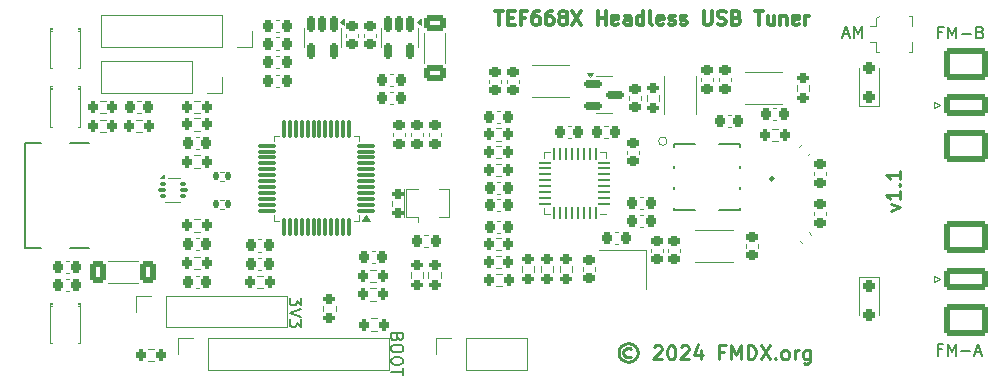
<source format=gto>
G04 #@! TF.GenerationSoftware,KiCad,Pcbnew,8.0.4*
G04 #@! TF.CreationDate,2024-11-17T23:13:56+01:00*
G04 #@! TF.ProjectId,TEF6687,54454636-3638-4372-9e6b-696361645f70,v1.1*
G04 #@! TF.SameCoordinates,Original*
G04 #@! TF.FileFunction,Legend,Top*
G04 #@! TF.FilePolarity,Positive*
%FSLAX46Y46*%
G04 Gerber Fmt 4.6, Leading zero omitted, Abs format (unit mm)*
G04 Created by KiCad (PCBNEW 8.0.4) date 2024-11-17 23:13:56*
%MOMM*%
%LPD*%
G01*
G04 APERTURE LIST*
G04 Aperture macros list*
%AMRoundRect*
0 Rectangle with rounded corners*
0 $1 Rounding radius*
0 $2 $3 $4 $5 $6 $7 $8 $9 X,Y pos of 4 corners*
0 Add a 4 corners polygon primitive as box body*
4,1,4,$2,$3,$4,$5,$6,$7,$8,$9,$2,$3,0*
0 Add four circle primitives for the rounded corners*
1,1,$1+$1,$2,$3*
1,1,$1+$1,$4,$5*
1,1,$1+$1,$6,$7*
1,1,$1+$1,$8,$9*
0 Add four rect primitives between the rounded corners*
20,1,$1+$1,$2,$3,$4,$5,0*
20,1,$1+$1,$4,$5,$6,$7,0*
20,1,$1+$1,$6,$7,$8,$9,0*
20,1,$1+$1,$8,$9,$2,$3,0*%
%AMFreePoly0*
4,1,6,0.397500,-0.010000,0.397500,-0.125000,-0.202500,-0.125000,-0.202500,0.125000,0.217500,0.125000,0.397500,-0.010000,0.397500,-0.010000,$1*%
%AMFreePoly1*
4,1,6,0.397500,0.010000,0.217500,-0.125000,-0.202500,-0.125000,-0.202500,0.125000,0.397500,0.125000,0.397500,0.010000,0.397500,0.010000,$1*%
%AMFreePoly2*
4,1,7,0.202500,-0.125000,-0.202500,-0.125000,-0.397500,-0.125000,-0.397500,-0.010000,-0.217500,0.125000,0.202500,0.125000,0.202500,-0.125000,0.202500,-0.125000,$1*%
G04 Aperture macros list end*
%ADD10C,0.100000*%
%ADD11C,0.300000*%
%ADD12C,0.150000*%
%ADD13C,0.250000*%
%ADD14C,0.120000*%
%ADD15C,0.127000*%
%ADD16C,0.200000*%
%ADD17C,1.500000*%
%ADD18RoundRect,0.249999X0.700001X-0.387501X0.700001X0.387501X-0.700001X0.387501X-0.700001X-0.387501X0*%
%ADD19RoundRect,0.225000X-0.225000X-0.250000X0.225000X-0.250000X0.225000X0.250000X-0.225000X0.250000X0*%
%ADD20RoundRect,0.250000X0.250000X-0.250000X0.250000X0.250000X-0.250000X0.250000X-0.250000X-0.250000X0*%
%ADD21R,1.800000X1.800000*%
%ADD22C,1.800000*%
%ADD23RoundRect,0.225000X0.225000X0.250000X-0.225000X0.250000X-0.225000X-0.250000X0.225000X-0.250000X0*%
%ADD24RoundRect,0.200000X0.200000X0.275000X-0.200000X0.275000X-0.200000X-0.275000X0.200000X-0.275000X0*%
%ADD25RoundRect,0.150000X-0.150000X0.512500X-0.150000X-0.512500X0.150000X-0.512500X0.150000X0.512500X0*%
%ADD26RoundRect,0.150000X-0.587500X-0.150000X0.587500X-0.150000X0.587500X0.150000X-0.587500X0.150000X0*%
%ADD27R,0.400000X1.900000*%
%ADD28R,1.200000X2.000000*%
%ADD29RoundRect,0.250000X-0.250000X0.250000X-0.250000X-0.250000X0.250000X-0.250000X0.250000X0.250000X0*%
%ADD30RoundRect,0.225000X0.250000X-0.225000X0.250000X0.225000X-0.250000X0.225000X-0.250000X-0.225000X0*%
%ADD31RoundRect,0.250000X-1.595000X-0.640000X1.595000X-0.640000X1.595000X0.640000X-1.595000X0.640000X0*%
%ADD32RoundRect,0.250000X-1.595000X-1.082500X1.595000X-1.082500X1.595000X1.082500X-1.595000X1.082500X0*%
%ADD33RoundRect,0.200000X-0.275000X0.200000X-0.275000X-0.200000X0.275000X-0.200000X0.275000X0.200000X0*%
%ADD34R,1.100000X0.400000*%
%ADD35RoundRect,0.200000X0.275000X-0.200000X0.275000X0.200000X-0.275000X0.200000X-0.275000X-0.200000X0*%
%ADD36RoundRect,0.075000X0.662500X0.075000X-0.662500X0.075000X-0.662500X-0.075000X0.662500X-0.075000X0*%
%ADD37RoundRect,0.075000X0.075000X0.662500X-0.075000X0.662500X-0.075000X-0.662500X0.075000X-0.662500X0*%
%ADD38RoundRect,0.249999X-0.387501X-0.700001X0.387501X-0.700001X0.387501X0.700001X-0.387501X0.700001X0*%
%ADD39R,1.000000X1.000000*%
%ADD40R,2.200000X1.050000*%
%ADD41FreePoly0,0.000000*%
%ADD42R,0.600000X0.250000*%
%ADD43FreePoly1,0.000000*%
%ADD44FreePoly0,90.000000*%
%ADD45R,0.250000X0.600000*%
%ADD46FreePoly2,270.000000*%
%ADD47FreePoly0,180.000000*%
%ADD48FreePoly1,180.000000*%
%ADD49FreePoly0,270.000000*%
%ADD50FreePoly2,90.000000*%
%ADD51R,1.100000X1.100000*%
%ADD52RoundRect,0.200000X-0.200000X-0.275000X0.200000X-0.275000X0.200000X0.275000X-0.200000X0.275000X0*%
%ADD53R,1.700000X1.700000*%
%ADD54O,1.700000X1.700000*%
%ADD55RoundRect,0.135000X0.135000X0.185000X-0.135000X0.185000X-0.135000X-0.185000X0.135000X-0.185000X0*%
%ADD56RoundRect,0.225000X0.017678X-0.335876X0.335876X-0.017678X-0.017678X0.335876X-0.335876X0.017678X0*%
%ADD57C,0.650000*%
%ADD58R,1.275000X0.600000*%
%ADD59R,1.300000X0.600000*%
%ADD60R,1.370000X0.300000*%
%ADD61O,2.100000X1.050000*%
%ADD62O,1.800000X0.900000*%
%ADD63R,2.286000X1.500000*%
%ADD64RoundRect,0.135000X-0.135000X-0.185000X0.135000X-0.185000X0.135000X0.185000X-0.135000X0.185000X0*%
%ADD65RoundRect,0.062500X0.437500X0.062500X-0.437500X0.062500X-0.437500X-0.062500X0.437500X-0.062500X0*%
%ADD66RoundRect,0.062500X0.062500X0.437500X-0.062500X0.437500X-0.062500X-0.437500X0.062500X-0.437500X0*%
%ADD67R,3.100000X3.100000*%
%ADD68RoundRect,0.225000X-0.250000X0.225000X-0.250000X-0.225000X0.250000X-0.225000X0.250000X0.225000X0*%
%ADD69R,2.000000X1.200000*%
%ADD70RoundRect,0.218750X0.218750X0.256250X-0.218750X0.256250X-0.218750X-0.256250X0.218750X-0.256250X0*%
%ADD71R,1.400000X1.200000*%
%ADD72RoundRect,0.218750X-0.218750X-0.256250X0.218750X-0.256250X0.218750X0.256250X-0.218750X0.256250X0*%
%ADD73RoundRect,0.225000X0.335876X0.017678X0.017678X0.335876X-0.335876X-0.017678X-0.017678X-0.335876X0*%
%ADD74R,1.300000X1.000000*%
%ADD75R,1.400000X1.900000*%
%ADD76RoundRect,0.218750X-0.256250X0.218750X-0.256250X-0.218750X0.256250X-0.218750X0.256250X0.218750X0*%
%ADD77RoundRect,0.093750X-0.156250X-0.093750X0.156250X-0.093750X0.156250X0.093750X-0.156250X0.093750X0*%
%ADD78RoundRect,0.075000X-0.250000X-0.075000X0.250000X-0.075000X0.250000X0.075000X-0.250000X0.075000X0*%
G04 APERTURE END LIST*
D10*
X166983210Y-58674000D02*
G75*
G02*
X166264790Y-58674000I-359210J0D01*
G01*
X166264790Y-58674000D02*
G75*
G02*
X166983210Y-58674000I359210J0D01*
G01*
D11*
X152411653Y-47637542D02*
X153097368Y-47637542D01*
X152754510Y-48837542D02*
X152754510Y-47637542D01*
X153497368Y-48208971D02*
X153897368Y-48208971D01*
X154068796Y-48837542D02*
X153497368Y-48837542D01*
X153497368Y-48837542D02*
X153497368Y-47637542D01*
X153497368Y-47637542D02*
X154068796Y-47637542D01*
X154983082Y-48208971D02*
X154583082Y-48208971D01*
X154583082Y-48837542D02*
X154583082Y-47637542D01*
X154583082Y-47637542D02*
X155154510Y-47637542D01*
X156125939Y-47637542D02*
X155897367Y-47637542D01*
X155897367Y-47637542D02*
X155783081Y-47694685D01*
X155783081Y-47694685D02*
X155725939Y-47751828D01*
X155725939Y-47751828D02*
X155611653Y-47923257D01*
X155611653Y-47923257D02*
X155554510Y-48151828D01*
X155554510Y-48151828D02*
X155554510Y-48608971D01*
X155554510Y-48608971D02*
X155611653Y-48723257D01*
X155611653Y-48723257D02*
X155668796Y-48780400D01*
X155668796Y-48780400D02*
X155783081Y-48837542D01*
X155783081Y-48837542D02*
X156011653Y-48837542D01*
X156011653Y-48837542D02*
X156125939Y-48780400D01*
X156125939Y-48780400D02*
X156183081Y-48723257D01*
X156183081Y-48723257D02*
X156240224Y-48608971D01*
X156240224Y-48608971D02*
X156240224Y-48323257D01*
X156240224Y-48323257D02*
X156183081Y-48208971D01*
X156183081Y-48208971D02*
X156125939Y-48151828D01*
X156125939Y-48151828D02*
X156011653Y-48094685D01*
X156011653Y-48094685D02*
X155783081Y-48094685D01*
X155783081Y-48094685D02*
X155668796Y-48151828D01*
X155668796Y-48151828D02*
X155611653Y-48208971D01*
X155611653Y-48208971D02*
X155554510Y-48323257D01*
X157268796Y-47637542D02*
X157040224Y-47637542D01*
X157040224Y-47637542D02*
X156925938Y-47694685D01*
X156925938Y-47694685D02*
X156868796Y-47751828D01*
X156868796Y-47751828D02*
X156754510Y-47923257D01*
X156754510Y-47923257D02*
X156697367Y-48151828D01*
X156697367Y-48151828D02*
X156697367Y-48608971D01*
X156697367Y-48608971D02*
X156754510Y-48723257D01*
X156754510Y-48723257D02*
X156811653Y-48780400D01*
X156811653Y-48780400D02*
X156925938Y-48837542D01*
X156925938Y-48837542D02*
X157154510Y-48837542D01*
X157154510Y-48837542D02*
X157268796Y-48780400D01*
X157268796Y-48780400D02*
X157325938Y-48723257D01*
X157325938Y-48723257D02*
X157383081Y-48608971D01*
X157383081Y-48608971D02*
X157383081Y-48323257D01*
X157383081Y-48323257D02*
X157325938Y-48208971D01*
X157325938Y-48208971D02*
X157268796Y-48151828D01*
X157268796Y-48151828D02*
X157154510Y-48094685D01*
X157154510Y-48094685D02*
X156925938Y-48094685D01*
X156925938Y-48094685D02*
X156811653Y-48151828D01*
X156811653Y-48151828D02*
X156754510Y-48208971D01*
X156754510Y-48208971D02*
X156697367Y-48323257D01*
X158068795Y-48151828D02*
X157954510Y-48094685D01*
X157954510Y-48094685D02*
X157897367Y-48037542D01*
X157897367Y-48037542D02*
X157840224Y-47923257D01*
X157840224Y-47923257D02*
X157840224Y-47866114D01*
X157840224Y-47866114D02*
X157897367Y-47751828D01*
X157897367Y-47751828D02*
X157954510Y-47694685D01*
X157954510Y-47694685D02*
X158068795Y-47637542D01*
X158068795Y-47637542D02*
X158297367Y-47637542D01*
X158297367Y-47637542D02*
X158411653Y-47694685D01*
X158411653Y-47694685D02*
X158468795Y-47751828D01*
X158468795Y-47751828D02*
X158525938Y-47866114D01*
X158525938Y-47866114D02*
X158525938Y-47923257D01*
X158525938Y-47923257D02*
X158468795Y-48037542D01*
X158468795Y-48037542D02*
X158411653Y-48094685D01*
X158411653Y-48094685D02*
X158297367Y-48151828D01*
X158297367Y-48151828D02*
X158068795Y-48151828D01*
X158068795Y-48151828D02*
X157954510Y-48208971D01*
X157954510Y-48208971D02*
X157897367Y-48266114D01*
X157897367Y-48266114D02*
X157840224Y-48380400D01*
X157840224Y-48380400D02*
X157840224Y-48608971D01*
X157840224Y-48608971D02*
X157897367Y-48723257D01*
X157897367Y-48723257D02*
X157954510Y-48780400D01*
X157954510Y-48780400D02*
X158068795Y-48837542D01*
X158068795Y-48837542D02*
X158297367Y-48837542D01*
X158297367Y-48837542D02*
X158411653Y-48780400D01*
X158411653Y-48780400D02*
X158468795Y-48723257D01*
X158468795Y-48723257D02*
X158525938Y-48608971D01*
X158525938Y-48608971D02*
X158525938Y-48380400D01*
X158525938Y-48380400D02*
X158468795Y-48266114D01*
X158468795Y-48266114D02*
X158411653Y-48208971D01*
X158411653Y-48208971D02*
X158297367Y-48151828D01*
X158925938Y-47637542D02*
X159725938Y-48837542D01*
X159725938Y-47637542D02*
X158925938Y-48837542D01*
X161097367Y-48837542D02*
X161097367Y-47637542D01*
X161097367Y-48208971D02*
X161783081Y-48208971D01*
X161783081Y-48837542D02*
X161783081Y-47637542D01*
X162811653Y-48780400D02*
X162697367Y-48837542D01*
X162697367Y-48837542D02*
X162468796Y-48837542D01*
X162468796Y-48837542D02*
X162354510Y-48780400D01*
X162354510Y-48780400D02*
X162297367Y-48666114D01*
X162297367Y-48666114D02*
X162297367Y-48208971D01*
X162297367Y-48208971D02*
X162354510Y-48094685D01*
X162354510Y-48094685D02*
X162468796Y-48037542D01*
X162468796Y-48037542D02*
X162697367Y-48037542D01*
X162697367Y-48037542D02*
X162811653Y-48094685D01*
X162811653Y-48094685D02*
X162868796Y-48208971D01*
X162868796Y-48208971D02*
X162868796Y-48323257D01*
X162868796Y-48323257D02*
X162297367Y-48437542D01*
X163897367Y-48837542D02*
X163897367Y-48208971D01*
X163897367Y-48208971D02*
X163840224Y-48094685D01*
X163840224Y-48094685D02*
X163725938Y-48037542D01*
X163725938Y-48037542D02*
X163497367Y-48037542D01*
X163497367Y-48037542D02*
X163383081Y-48094685D01*
X163897367Y-48780400D02*
X163783081Y-48837542D01*
X163783081Y-48837542D02*
X163497367Y-48837542D01*
X163497367Y-48837542D02*
X163383081Y-48780400D01*
X163383081Y-48780400D02*
X163325938Y-48666114D01*
X163325938Y-48666114D02*
X163325938Y-48551828D01*
X163325938Y-48551828D02*
X163383081Y-48437542D01*
X163383081Y-48437542D02*
X163497367Y-48380400D01*
X163497367Y-48380400D02*
X163783081Y-48380400D01*
X163783081Y-48380400D02*
X163897367Y-48323257D01*
X164983081Y-48837542D02*
X164983081Y-47637542D01*
X164983081Y-48780400D02*
X164868795Y-48837542D01*
X164868795Y-48837542D02*
X164640223Y-48837542D01*
X164640223Y-48837542D02*
X164525938Y-48780400D01*
X164525938Y-48780400D02*
X164468795Y-48723257D01*
X164468795Y-48723257D02*
X164411652Y-48608971D01*
X164411652Y-48608971D02*
X164411652Y-48266114D01*
X164411652Y-48266114D02*
X164468795Y-48151828D01*
X164468795Y-48151828D02*
X164525938Y-48094685D01*
X164525938Y-48094685D02*
X164640223Y-48037542D01*
X164640223Y-48037542D02*
X164868795Y-48037542D01*
X164868795Y-48037542D02*
X164983081Y-48094685D01*
X165725937Y-48837542D02*
X165611652Y-48780400D01*
X165611652Y-48780400D02*
X165554509Y-48666114D01*
X165554509Y-48666114D02*
X165554509Y-47637542D01*
X166640223Y-48780400D02*
X166525937Y-48837542D01*
X166525937Y-48837542D02*
X166297366Y-48837542D01*
X166297366Y-48837542D02*
X166183080Y-48780400D01*
X166183080Y-48780400D02*
X166125937Y-48666114D01*
X166125937Y-48666114D02*
X166125937Y-48208971D01*
X166125937Y-48208971D02*
X166183080Y-48094685D01*
X166183080Y-48094685D02*
X166297366Y-48037542D01*
X166297366Y-48037542D02*
X166525937Y-48037542D01*
X166525937Y-48037542D02*
X166640223Y-48094685D01*
X166640223Y-48094685D02*
X166697366Y-48208971D01*
X166697366Y-48208971D02*
X166697366Y-48323257D01*
X166697366Y-48323257D02*
X166125937Y-48437542D01*
X167154508Y-48780400D02*
X167268794Y-48837542D01*
X167268794Y-48837542D02*
X167497365Y-48837542D01*
X167497365Y-48837542D02*
X167611651Y-48780400D01*
X167611651Y-48780400D02*
X167668794Y-48666114D01*
X167668794Y-48666114D02*
X167668794Y-48608971D01*
X167668794Y-48608971D02*
X167611651Y-48494685D01*
X167611651Y-48494685D02*
X167497365Y-48437542D01*
X167497365Y-48437542D02*
X167325937Y-48437542D01*
X167325937Y-48437542D02*
X167211651Y-48380400D01*
X167211651Y-48380400D02*
X167154508Y-48266114D01*
X167154508Y-48266114D02*
X167154508Y-48208971D01*
X167154508Y-48208971D02*
X167211651Y-48094685D01*
X167211651Y-48094685D02*
X167325937Y-48037542D01*
X167325937Y-48037542D02*
X167497365Y-48037542D01*
X167497365Y-48037542D02*
X167611651Y-48094685D01*
X168125937Y-48780400D02*
X168240223Y-48837542D01*
X168240223Y-48837542D02*
X168468794Y-48837542D01*
X168468794Y-48837542D02*
X168583080Y-48780400D01*
X168583080Y-48780400D02*
X168640223Y-48666114D01*
X168640223Y-48666114D02*
X168640223Y-48608971D01*
X168640223Y-48608971D02*
X168583080Y-48494685D01*
X168583080Y-48494685D02*
X168468794Y-48437542D01*
X168468794Y-48437542D02*
X168297366Y-48437542D01*
X168297366Y-48437542D02*
X168183080Y-48380400D01*
X168183080Y-48380400D02*
X168125937Y-48266114D01*
X168125937Y-48266114D02*
X168125937Y-48208971D01*
X168125937Y-48208971D02*
X168183080Y-48094685D01*
X168183080Y-48094685D02*
X168297366Y-48037542D01*
X168297366Y-48037542D02*
X168468794Y-48037542D01*
X168468794Y-48037542D02*
X168583080Y-48094685D01*
X170068795Y-47637542D02*
X170068795Y-48608971D01*
X170068795Y-48608971D02*
X170125938Y-48723257D01*
X170125938Y-48723257D02*
X170183081Y-48780400D01*
X170183081Y-48780400D02*
X170297366Y-48837542D01*
X170297366Y-48837542D02*
X170525938Y-48837542D01*
X170525938Y-48837542D02*
X170640223Y-48780400D01*
X170640223Y-48780400D02*
X170697366Y-48723257D01*
X170697366Y-48723257D02*
X170754509Y-48608971D01*
X170754509Y-48608971D02*
X170754509Y-47637542D01*
X171268795Y-48780400D02*
X171440224Y-48837542D01*
X171440224Y-48837542D02*
X171725938Y-48837542D01*
X171725938Y-48837542D02*
X171840224Y-48780400D01*
X171840224Y-48780400D02*
X171897366Y-48723257D01*
X171897366Y-48723257D02*
X171954509Y-48608971D01*
X171954509Y-48608971D02*
X171954509Y-48494685D01*
X171954509Y-48494685D02*
X171897366Y-48380400D01*
X171897366Y-48380400D02*
X171840224Y-48323257D01*
X171840224Y-48323257D02*
X171725938Y-48266114D01*
X171725938Y-48266114D02*
X171497366Y-48208971D01*
X171497366Y-48208971D02*
X171383081Y-48151828D01*
X171383081Y-48151828D02*
X171325938Y-48094685D01*
X171325938Y-48094685D02*
X171268795Y-47980400D01*
X171268795Y-47980400D02*
X171268795Y-47866114D01*
X171268795Y-47866114D02*
X171325938Y-47751828D01*
X171325938Y-47751828D02*
X171383081Y-47694685D01*
X171383081Y-47694685D02*
X171497366Y-47637542D01*
X171497366Y-47637542D02*
X171783081Y-47637542D01*
X171783081Y-47637542D02*
X171954509Y-47694685D01*
X172868795Y-48208971D02*
X173040223Y-48266114D01*
X173040223Y-48266114D02*
X173097366Y-48323257D01*
X173097366Y-48323257D02*
X173154509Y-48437542D01*
X173154509Y-48437542D02*
X173154509Y-48608971D01*
X173154509Y-48608971D02*
X173097366Y-48723257D01*
X173097366Y-48723257D02*
X173040223Y-48780400D01*
X173040223Y-48780400D02*
X172925938Y-48837542D01*
X172925938Y-48837542D02*
X172468795Y-48837542D01*
X172468795Y-48837542D02*
X172468795Y-47637542D01*
X172468795Y-47637542D02*
X172868795Y-47637542D01*
X172868795Y-47637542D02*
X172983081Y-47694685D01*
X172983081Y-47694685D02*
X173040223Y-47751828D01*
X173040223Y-47751828D02*
X173097366Y-47866114D01*
X173097366Y-47866114D02*
X173097366Y-47980400D01*
X173097366Y-47980400D02*
X173040223Y-48094685D01*
X173040223Y-48094685D02*
X172983081Y-48151828D01*
X172983081Y-48151828D02*
X172868795Y-48208971D01*
X172868795Y-48208971D02*
X172468795Y-48208971D01*
X174411652Y-47637542D02*
X175097367Y-47637542D01*
X174754509Y-48837542D02*
X174754509Y-47637542D01*
X176011653Y-48037542D02*
X176011653Y-48837542D01*
X175497367Y-48037542D02*
X175497367Y-48666114D01*
X175497367Y-48666114D02*
X175554510Y-48780400D01*
X175554510Y-48780400D02*
X175668795Y-48837542D01*
X175668795Y-48837542D02*
X175840224Y-48837542D01*
X175840224Y-48837542D02*
X175954510Y-48780400D01*
X175954510Y-48780400D02*
X176011653Y-48723257D01*
X176583081Y-48037542D02*
X176583081Y-48837542D01*
X176583081Y-48151828D02*
X176640224Y-48094685D01*
X176640224Y-48094685D02*
X176754509Y-48037542D01*
X176754509Y-48037542D02*
X176925938Y-48037542D01*
X176925938Y-48037542D02*
X177040224Y-48094685D01*
X177040224Y-48094685D02*
X177097367Y-48208971D01*
X177097367Y-48208971D02*
X177097367Y-48837542D01*
X178125938Y-48780400D02*
X178011652Y-48837542D01*
X178011652Y-48837542D02*
X177783081Y-48837542D01*
X177783081Y-48837542D02*
X177668795Y-48780400D01*
X177668795Y-48780400D02*
X177611652Y-48666114D01*
X177611652Y-48666114D02*
X177611652Y-48208971D01*
X177611652Y-48208971D02*
X177668795Y-48094685D01*
X177668795Y-48094685D02*
X177783081Y-48037542D01*
X177783081Y-48037542D02*
X178011652Y-48037542D01*
X178011652Y-48037542D02*
X178125938Y-48094685D01*
X178125938Y-48094685D02*
X178183081Y-48208971D01*
X178183081Y-48208971D02*
X178183081Y-48323257D01*
X178183081Y-48323257D02*
X177611652Y-48437542D01*
X178697366Y-48837542D02*
X178697366Y-48037542D01*
X178697366Y-48266114D02*
X178754509Y-48151828D01*
X178754509Y-48151828D02*
X178811652Y-48094685D01*
X178811652Y-48094685D02*
X178925937Y-48037542D01*
X178925937Y-48037542D02*
X179040223Y-48037542D01*
D12*
X181899160Y-49622104D02*
X182375350Y-49622104D01*
X181803922Y-49907819D02*
X182137255Y-48907819D01*
X182137255Y-48907819D02*
X182470588Y-49907819D01*
X182803922Y-49907819D02*
X182803922Y-48907819D01*
X182803922Y-48907819D02*
X183137255Y-49622104D01*
X183137255Y-49622104D02*
X183470588Y-48907819D01*
X183470588Y-48907819D02*
X183470588Y-49907819D01*
D13*
X163921615Y-76225857D02*
X163807330Y-76168714D01*
X163807330Y-76168714D02*
X163578758Y-76168714D01*
X163578758Y-76168714D02*
X163464473Y-76225857D01*
X163464473Y-76225857D02*
X163350187Y-76340142D01*
X163350187Y-76340142D02*
X163293044Y-76454428D01*
X163293044Y-76454428D02*
X163293044Y-76683000D01*
X163293044Y-76683000D02*
X163350187Y-76797285D01*
X163350187Y-76797285D02*
X163464473Y-76911571D01*
X163464473Y-76911571D02*
X163578758Y-76968714D01*
X163578758Y-76968714D02*
X163807330Y-76968714D01*
X163807330Y-76968714D02*
X163921615Y-76911571D01*
X163693044Y-75768714D02*
X163407330Y-75825857D01*
X163407330Y-75825857D02*
X163121615Y-75997285D01*
X163121615Y-75997285D02*
X162950187Y-76283000D01*
X162950187Y-76283000D02*
X162893044Y-76568714D01*
X162893044Y-76568714D02*
X162950187Y-76854428D01*
X162950187Y-76854428D02*
X163121615Y-77140142D01*
X163121615Y-77140142D02*
X163407330Y-77311571D01*
X163407330Y-77311571D02*
X163693044Y-77368714D01*
X163693044Y-77368714D02*
X163978758Y-77311571D01*
X163978758Y-77311571D02*
X164264473Y-77140142D01*
X164264473Y-77140142D02*
X164435901Y-76854428D01*
X164435901Y-76854428D02*
X164493044Y-76568714D01*
X164493044Y-76568714D02*
X164435901Y-76283000D01*
X164435901Y-76283000D02*
X164264473Y-75997285D01*
X164264473Y-75997285D02*
X163978758Y-75825857D01*
X163978758Y-75825857D02*
X163693044Y-75768714D01*
X165864473Y-76054428D02*
X165921616Y-75997285D01*
X165921616Y-75997285D02*
X166035902Y-75940142D01*
X166035902Y-75940142D02*
X166321616Y-75940142D01*
X166321616Y-75940142D02*
X166435902Y-75997285D01*
X166435902Y-75997285D02*
X166493044Y-76054428D01*
X166493044Y-76054428D02*
X166550187Y-76168714D01*
X166550187Y-76168714D02*
X166550187Y-76283000D01*
X166550187Y-76283000D02*
X166493044Y-76454428D01*
X166493044Y-76454428D02*
X165807330Y-77140142D01*
X165807330Y-77140142D02*
X166550187Y-77140142D01*
X167293044Y-75940142D02*
X167407330Y-75940142D01*
X167407330Y-75940142D02*
X167521616Y-75997285D01*
X167521616Y-75997285D02*
X167578759Y-76054428D01*
X167578759Y-76054428D02*
X167635901Y-76168714D01*
X167635901Y-76168714D02*
X167693044Y-76397285D01*
X167693044Y-76397285D02*
X167693044Y-76683000D01*
X167693044Y-76683000D02*
X167635901Y-76911571D01*
X167635901Y-76911571D02*
X167578759Y-77025857D01*
X167578759Y-77025857D02*
X167521616Y-77083000D01*
X167521616Y-77083000D02*
X167407330Y-77140142D01*
X167407330Y-77140142D02*
X167293044Y-77140142D01*
X167293044Y-77140142D02*
X167178759Y-77083000D01*
X167178759Y-77083000D02*
X167121616Y-77025857D01*
X167121616Y-77025857D02*
X167064473Y-76911571D01*
X167064473Y-76911571D02*
X167007330Y-76683000D01*
X167007330Y-76683000D02*
X167007330Y-76397285D01*
X167007330Y-76397285D02*
X167064473Y-76168714D01*
X167064473Y-76168714D02*
X167121616Y-76054428D01*
X167121616Y-76054428D02*
X167178759Y-75997285D01*
X167178759Y-75997285D02*
X167293044Y-75940142D01*
X168150187Y-76054428D02*
X168207330Y-75997285D01*
X168207330Y-75997285D02*
X168321616Y-75940142D01*
X168321616Y-75940142D02*
X168607330Y-75940142D01*
X168607330Y-75940142D02*
X168721616Y-75997285D01*
X168721616Y-75997285D02*
X168778758Y-76054428D01*
X168778758Y-76054428D02*
X168835901Y-76168714D01*
X168835901Y-76168714D02*
X168835901Y-76283000D01*
X168835901Y-76283000D02*
X168778758Y-76454428D01*
X168778758Y-76454428D02*
X168093044Y-77140142D01*
X168093044Y-77140142D02*
X168835901Y-77140142D01*
X169864473Y-76340142D02*
X169864473Y-77140142D01*
X169578758Y-75883000D02*
X169293044Y-76740142D01*
X169293044Y-76740142D02*
X170035901Y-76740142D01*
X171807330Y-76511571D02*
X171407330Y-76511571D01*
X171407330Y-77140142D02*
X171407330Y-75940142D01*
X171407330Y-75940142D02*
X171978758Y-75940142D01*
X172435901Y-77140142D02*
X172435901Y-75940142D01*
X172435901Y-75940142D02*
X172835901Y-76797285D01*
X172835901Y-76797285D02*
X173235901Y-75940142D01*
X173235901Y-75940142D02*
X173235901Y-77140142D01*
X173807330Y-77140142D02*
X173807330Y-75940142D01*
X173807330Y-75940142D02*
X174093044Y-75940142D01*
X174093044Y-75940142D02*
X174264473Y-75997285D01*
X174264473Y-75997285D02*
X174378758Y-76111571D01*
X174378758Y-76111571D02*
X174435901Y-76225857D01*
X174435901Y-76225857D02*
X174493044Y-76454428D01*
X174493044Y-76454428D02*
X174493044Y-76625857D01*
X174493044Y-76625857D02*
X174435901Y-76854428D01*
X174435901Y-76854428D02*
X174378758Y-76968714D01*
X174378758Y-76968714D02*
X174264473Y-77083000D01*
X174264473Y-77083000D02*
X174093044Y-77140142D01*
X174093044Y-77140142D02*
X173807330Y-77140142D01*
X174893044Y-75940142D02*
X175693044Y-77140142D01*
X175693044Y-75940142D02*
X174893044Y-77140142D01*
X176150187Y-77025857D02*
X176207330Y-77083000D01*
X176207330Y-77083000D02*
X176150187Y-77140142D01*
X176150187Y-77140142D02*
X176093044Y-77083000D01*
X176093044Y-77083000D02*
X176150187Y-77025857D01*
X176150187Y-77025857D02*
X176150187Y-77140142D01*
X176893044Y-77140142D02*
X176778759Y-77083000D01*
X176778759Y-77083000D02*
X176721616Y-77025857D01*
X176721616Y-77025857D02*
X176664473Y-76911571D01*
X176664473Y-76911571D02*
X176664473Y-76568714D01*
X176664473Y-76568714D02*
X176721616Y-76454428D01*
X176721616Y-76454428D02*
X176778759Y-76397285D01*
X176778759Y-76397285D02*
X176893044Y-76340142D01*
X176893044Y-76340142D02*
X177064473Y-76340142D01*
X177064473Y-76340142D02*
X177178759Y-76397285D01*
X177178759Y-76397285D02*
X177235902Y-76454428D01*
X177235902Y-76454428D02*
X177293044Y-76568714D01*
X177293044Y-76568714D02*
X177293044Y-76911571D01*
X177293044Y-76911571D02*
X177235902Y-77025857D01*
X177235902Y-77025857D02*
X177178759Y-77083000D01*
X177178759Y-77083000D02*
X177064473Y-77140142D01*
X177064473Y-77140142D02*
X176893044Y-77140142D01*
X177807330Y-77140142D02*
X177807330Y-76340142D01*
X177807330Y-76568714D02*
X177864473Y-76454428D01*
X177864473Y-76454428D02*
X177921616Y-76397285D01*
X177921616Y-76397285D02*
X178035901Y-76340142D01*
X178035901Y-76340142D02*
X178150187Y-76340142D01*
X179064473Y-76340142D02*
X179064473Y-77311571D01*
X179064473Y-77311571D02*
X179007330Y-77425857D01*
X179007330Y-77425857D02*
X178950187Y-77483000D01*
X178950187Y-77483000D02*
X178835901Y-77540142D01*
X178835901Y-77540142D02*
X178664473Y-77540142D01*
X178664473Y-77540142D02*
X178550187Y-77483000D01*
X179064473Y-77083000D02*
X178950187Y-77140142D01*
X178950187Y-77140142D02*
X178721615Y-77140142D01*
X178721615Y-77140142D02*
X178607330Y-77083000D01*
X178607330Y-77083000D02*
X178550187Y-77025857D01*
X178550187Y-77025857D02*
X178493044Y-76911571D01*
X178493044Y-76911571D02*
X178493044Y-76568714D01*
X178493044Y-76568714D02*
X178550187Y-76454428D01*
X178550187Y-76454428D02*
X178607330Y-76397285D01*
X178607330Y-76397285D02*
X178721615Y-76340142D01*
X178721615Y-76340142D02*
X178950187Y-76340142D01*
X178950187Y-76340142D02*
X179064473Y-76397285D01*
D12*
X144153990Y-75270112D02*
X144106371Y-75412969D01*
X144106371Y-75412969D02*
X144058752Y-75460588D01*
X144058752Y-75460588D02*
X143963514Y-75508207D01*
X143963514Y-75508207D02*
X143820657Y-75508207D01*
X143820657Y-75508207D02*
X143725419Y-75460588D01*
X143725419Y-75460588D02*
X143677800Y-75412969D01*
X143677800Y-75412969D02*
X143630180Y-75317731D01*
X143630180Y-75317731D02*
X143630180Y-74936779D01*
X143630180Y-74936779D02*
X144630180Y-74936779D01*
X144630180Y-74936779D02*
X144630180Y-75270112D01*
X144630180Y-75270112D02*
X144582561Y-75365350D01*
X144582561Y-75365350D02*
X144534942Y-75412969D01*
X144534942Y-75412969D02*
X144439704Y-75460588D01*
X144439704Y-75460588D02*
X144344466Y-75460588D01*
X144344466Y-75460588D02*
X144249228Y-75412969D01*
X144249228Y-75412969D02*
X144201609Y-75365350D01*
X144201609Y-75365350D02*
X144153990Y-75270112D01*
X144153990Y-75270112D02*
X144153990Y-74936779D01*
X144630180Y-76127255D02*
X144630180Y-76317731D01*
X144630180Y-76317731D02*
X144582561Y-76412969D01*
X144582561Y-76412969D02*
X144487323Y-76508207D01*
X144487323Y-76508207D02*
X144296847Y-76555826D01*
X144296847Y-76555826D02*
X143963514Y-76555826D01*
X143963514Y-76555826D02*
X143773038Y-76508207D01*
X143773038Y-76508207D02*
X143677800Y-76412969D01*
X143677800Y-76412969D02*
X143630180Y-76317731D01*
X143630180Y-76317731D02*
X143630180Y-76127255D01*
X143630180Y-76127255D02*
X143677800Y-76032017D01*
X143677800Y-76032017D02*
X143773038Y-75936779D01*
X143773038Y-75936779D02*
X143963514Y-75889160D01*
X143963514Y-75889160D02*
X144296847Y-75889160D01*
X144296847Y-75889160D02*
X144487323Y-75936779D01*
X144487323Y-75936779D02*
X144582561Y-76032017D01*
X144582561Y-76032017D02*
X144630180Y-76127255D01*
X144630180Y-77174874D02*
X144630180Y-77365350D01*
X144630180Y-77365350D02*
X144582561Y-77460588D01*
X144582561Y-77460588D02*
X144487323Y-77555826D01*
X144487323Y-77555826D02*
X144296847Y-77603445D01*
X144296847Y-77603445D02*
X143963514Y-77603445D01*
X143963514Y-77603445D02*
X143773038Y-77555826D01*
X143773038Y-77555826D02*
X143677800Y-77460588D01*
X143677800Y-77460588D02*
X143630180Y-77365350D01*
X143630180Y-77365350D02*
X143630180Y-77174874D01*
X143630180Y-77174874D02*
X143677800Y-77079636D01*
X143677800Y-77079636D02*
X143773038Y-76984398D01*
X143773038Y-76984398D02*
X143963514Y-76936779D01*
X143963514Y-76936779D02*
X144296847Y-76936779D01*
X144296847Y-76936779D02*
X144487323Y-76984398D01*
X144487323Y-76984398D02*
X144582561Y-77079636D01*
X144582561Y-77079636D02*
X144630180Y-77174874D01*
X144630180Y-77889160D02*
X144630180Y-78460588D01*
X143630180Y-78174874D02*
X144630180Y-78174874D01*
D13*
X185940142Y-64564098D02*
X186740142Y-64278384D01*
X186740142Y-64278384D02*
X185940142Y-63992669D01*
X186740142Y-62906955D02*
X186740142Y-63592669D01*
X186740142Y-63249812D02*
X185540142Y-63249812D01*
X185540142Y-63249812D02*
X185711571Y-63364098D01*
X185711571Y-63364098D02*
X185825857Y-63478383D01*
X185825857Y-63478383D02*
X185883000Y-63592669D01*
X186625857Y-62392669D02*
X186683000Y-62335526D01*
X186683000Y-62335526D02*
X186740142Y-62392669D01*
X186740142Y-62392669D02*
X186683000Y-62449812D01*
X186683000Y-62449812D02*
X186625857Y-62392669D01*
X186625857Y-62392669D02*
X186740142Y-62392669D01*
X186740142Y-61192669D02*
X186740142Y-61878383D01*
X186740142Y-61535526D02*
X185540142Y-61535526D01*
X185540142Y-61535526D02*
X185711571Y-61649812D01*
X185711571Y-61649812D02*
X185825857Y-61764097D01*
X185825857Y-61764097D02*
X185883000Y-61878383D01*
D12*
X190220112Y-76296009D02*
X189886779Y-76296009D01*
X189886779Y-76819819D02*
X189886779Y-75819819D01*
X189886779Y-75819819D02*
X190362969Y-75819819D01*
X190743922Y-76819819D02*
X190743922Y-75819819D01*
X190743922Y-75819819D02*
X191077255Y-76534104D01*
X191077255Y-76534104D02*
X191410588Y-75819819D01*
X191410588Y-75819819D02*
X191410588Y-76819819D01*
X191886779Y-76438866D02*
X192648684Y-76438866D01*
X193077255Y-76534104D02*
X193553445Y-76534104D01*
X192982017Y-76819819D02*
X193315350Y-75819819D01*
X193315350Y-75819819D02*
X193648683Y-76819819D01*
X190270112Y-49446009D02*
X189936779Y-49446009D01*
X189936779Y-49969819D02*
X189936779Y-48969819D01*
X189936779Y-48969819D02*
X190412969Y-48969819D01*
X190793922Y-49969819D02*
X190793922Y-48969819D01*
X190793922Y-48969819D02*
X191127255Y-49684104D01*
X191127255Y-49684104D02*
X191460588Y-48969819D01*
X191460588Y-48969819D02*
X191460588Y-49969819D01*
X191936779Y-49588866D02*
X192698684Y-49588866D01*
X193508207Y-49446009D02*
X193651064Y-49493628D01*
X193651064Y-49493628D02*
X193698683Y-49541247D01*
X193698683Y-49541247D02*
X193746302Y-49636485D01*
X193746302Y-49636485D02*
X193746302Y-49779342D01*
X193746302Y-49779342D02*
X193698683Y-49874580D01*
X193698683Y-49874580D02*
X193651064Y-49922200D01*
X193651064Y-49922200D02*
X193555826Y-49969819D01*
X193555826Y-49969819D02*
X193174874Y-49969819D01*
X193174874Y-49969819D02*
X193174874Y-48969819D01*
X193174874Y-48969819D02*
X193508207Y-48969819D01*
X193508207Y-48969819D02*
X193603445Y-49017438D01*
X193603445Y-49017438D02*
X193651064Y-49065057D01*
X193651064Y-49065057D02*
X193698683Y-49160295D01*
X193698683Y-49160295D02*
X193698683Y-49255533D01*
X193698683Y-49255533D02*
X193651064Y-49350771D01*
X193651064Y-49350771D02*
X193603445Y-49398390D01*
X193603445Y-49398390D02*
X193508207Y-49446009D01*
X193508207Y-49446009D02*
X193174874Y-49446009D01*
X136030180Y-71941541D02*
X136030180Y-72560588D01*
X136030180Y-72560588D02*
X135649228Y-72227255D01*
X135649228Y-72227255D02*
X135649228Y-72370112D01*
X135649228Y-72370112D02*
X135601609Y-72465350D01*
X135601609Y-72465350D02*
X135553990Y-72512969D01*
X135553990Y-72512969D02*
X135458752Y-72560588D01*
X135458752Y-72560588D02*
X135220657Y-72560588D01*
X135220657Y-72560588D02*
X135125419Y-72512969D01*
X135125419Y-72512969D02*
X135077800Y-72465350D01*
X135077800Y-72465350D02*
X135030180Y-72370112D01*
X135030180Y-72370112D02*
X135030180Y-72084398D01*
X135030180Y-72084398D02*
X135077800Y-71989160D01*
X135077800Y-71989160D02*
X135125419Y-71941541D01*
X136030180Y-72846303D02*
X135030180Y-73179636D01*
X135030180Y-73179636D02*
X136030180Y-73512969D01*
X136030180Y-73751065D02*
X136030180Y-74370112D01*
X136030180Y-74370112D02*
X135649228Y-74036779D01*
X135649228Y-74036779D02*
X135649228Y-74179636D01*
X135649228Y-74179636D02*
X135601609Y-74274874D01*
X135601609Y-74274874D02*
X135553990Y-74322493D01*
X135553990Y-74322493D02*
X135458752Y-74370112D01*
X135458752Y-74370112D02*
X135220657Y-74370112D01*
X135220657Y-74370112D02*
X135125419Y-74322493D01*
X135125419Y-74322493D02*
X135077800Y-74274874D01*
X135077800Y-74274874D02*
X135030180Y-74179636D01*
X135030180Y-74179636D02*
X135030180Y-73893922D01*
X135030180Y-73893922D02*
X135077800Y-73798684D01*
X135077800Y-73798684D02*
X135125419Y-73751065D01*
D14*
G04 #@! TO.C,FB5*
X146390000Y-52060242D02*
X146390000Y-49539758D01*
X148210000Y-52060242D02*
X148210000Y-49539758D01*
G04 #@! TO.C,C6*
X175959420Y-55890000D02*
X176240580Y-55890000D01*
X175959420Y-56910000D02*
X176240580Y-56910000D01*
G04 #@! TO.C,D5*
X183250000Y-55710000D02*
X183250000Y-52450000D01*
X183250000Y-55710000D02*
X184950000Y-55710000D01*
X184950000Y-55710000D02*
X184950000Y-52450000D01*
G04 #@! TO.C,D1*
X114740000Y-54020000D02*
X114740000Y-57440000D01*
X114905000Y-57440000D02*
X114740000Y-57440000D01*
X114920000Y-54020000D02*
X114740000Y-54020000D01*
X114920000Y-54140000D02*
X114740000Y-54140000D01*
X114920000Y-54260000D02*
X114740000Y-54260000D01*
X117260000Y-54020000D02*
X117080000Y-54020000D01*
X117260000Y-54020000D02*
X117260000Y-57440000D01*
X117260000Y-54140000D02*
X117080000Y-54140000D01*
X117260000Y-54260000D02*
X117080000Y-54260000D01*
X117260000Y-57440000D02*
X117095000Y-57440000D01*
G04 #@! TO.C,C43*
X143790580Y-52990000D02*
X143509420Y-52990000D01*
X143790580Y-54010000D02*
X143509420Y-54010000D01*
G04 #@! TO.C,R28*
X132737258Y-70077500D02*
X132262742Y-70077500D01*
X132737258Y-71122500D02*
X132262742Y-71122500D01*
G04 #@! TO.C,R12*
X152962258Y-57577500D02*
X152487742Y-57577500D01*
X152962258Y-58622500D02*
X152487742Y-58622500D01*
G04 #@! TO.C,C5*
X122415580Y-55240000D02*
X122134420Y-55240000D01*
X122415580Y-56260000D02*
X122134420Y-56260000D01*
G04 #@! TO.C,U5*
X136240000Y-49900000D02*
X136240000Y-49100000D01*
X136240000Y-49900000D02*
X136240000Y-50700000D01*
X139360000Y-49900000D02*
X139360000Y-49100000D01*
X139360000Y-49900000D02*
X139360000Y-50700000D01*
X139640000Y-48840000D02*
X139310000Y-48600000D01*
X139640000Y-48360000D01*
X139640000Y-48840000D01*
G36*
X139640000Y-48840000D02*
G01*
X139310000Y-48600000D01*
X139640000Y-48360000D01*
X139640000Y-48840000D01*
G37*
G04 #@! TO.C,D4*
X161637500Y-53190000D02*
X160987500Y-53190000D01*
X161637500Y-53190000D02*
X162287500Y-53190000D01*
X161637500Y-56310000D02*
X160987500Y-56310000D01*
X161637500Y-56310000D02*
X162287500Y-56310000D01*
X160475000Y-53240000D02*
X160235000Y-52910000D01*
X160715000Y-52910000D01*
X160475000Y-53240000D01*
G36*
X160475000Y-53240000D02*
G01*
X160235000Y-52910000D01*
X160715000Y-52910000D01*
X160475000Y-53240000D01*
G37*
G04 #@! TO.C,Y2*
X144700000Y-62700000D02*
X144700000Y-64700000D01*
X144700000Y-64700000D02*
X144700000Y-65100000D01*
X144900000Y-62700000D02*
X145900000Y-62700000D01*
X144900000Y-64700000D02*
X144900000Y-62700000D01*
X144900000Y-64700000D02*
X144900000Y-65100000D01*
X145900000Y-65100000D02*
X144900000Y-65100000D01*
X145900000Y-65100000D02*
X145900000Y-65500000D01*
X147700000Y-62700000D02*
X148500000Y-62700000D01*
X148500000Y-62700000D02*
X148500000Y-64700000D01*
X148500000Y-64700000D02*
X148500000Y-65100000D01*
X148500000Y-65100000D02*
X147700000Y-65100000D01*
G04 #@! TO.C,L4*
X169342000Y-66204000D02*
X172542000Y-66204000D01*
X172542000Y-68924000D02*
X169342000Y-68924000D01*
G04 #@! TO.C,D6*
X183250000Y-70140000D02*
X183250000Y-73400000D01*
X184950000Y-70140000D02*
X183250000Y-70140000D01*
X184950000Y-70140000D02*
X184950000Y-73400000D01*
G04 #@! TO.C,R4*
X122512258Y-56877500D02*
X122037742Y-56877500D01*
X122512258Y-57922500D02*
X122037742Y-57922500D01*
G04 #@! TO.C,C33*
X143790000Y-58240580D02*
X143790000Y-57959420D01*
X144810000Y-58240580D02*
X144810000Y-57959420D01*
G04 #@! TO.C,C26*
X162559420Y-66390000D02*
X162840580Y-66390000D01*
X162559420Y-67410000D02*
X162840580Y-67410000D01*
G04 #@! TO.C,R15*
X152962258Y-66877500D02*
X152487742Y-66877500D01*
X152962258Y-67922500D02*
X152487742Y-67922500D01*
G04 #@! TO.C,J9*
X189600000Y-70050000D02*
X189600000Y-70550000D01*
X189600000Y-70550000D02*
X190100000Y-70300000D01*
X190100000Y-70300000D02*
X189600000Y-70050000D01*
G04 #@! TO.C,C36*
X132359420Y-66990000D02*
X132640580Y-66990000D01*
X132359420Y-68010000D02*
X132640580Y-68010000D01*
G04 #@! TO.C,C22*
X164965580Y-64890000D02*
X164684420Y-64890000D01*
X164965580Y-65910000D02*
X164684420Y-65910000D01*
G04 #@! TO.C,C31*
X145290000Y-58240580D02*
X145290000Y-57959420D01*
X146310000Y-58240580D02*
X146310000Y-57959420D01*
G04 #@! TO.C,C12*
X152559420Y-56090000D02*
X152840580Y-56090000D01*
X152559420Y-57110000D02*
X152840580Y-57110000D01*
G04 #@! TO.C,R25*
X137877500Y-72612742D02*
X137877500Y-73087258D01*
X138922500Y-72612742D02*
X138922500Y-73087258D01*
G04 #@! TO.C,C18*
X173690000Y-67690580D02*
X173690000Y-67409420D01*
X174710000Y-67690580D02*
X174710000Y-67409420D01*
G04 #@! TO.C,C32*
X127340580Y-70090000D02*
X127059420Y-70090000D01*
X127340580Y-71110000D02*
X127059420Y-71110000D01*
G04 #@! TO.C,R8*
X177977500Y-54387258D02*
X177977500Y-53912742D01*
X179022500Y-54387258D02*
X179022500Y-53912742D01*
G04 #@! TO.C,D2*
X114740000Y-49085000D02*
X114740000Y-52505000D01*
X114905000Y-52505000D02*
X114740000Y-52505000D01*
X114920000Y-49085000D02*
X114740000Y-49085000D01*
X114920000Y-49205000D02*
X114740000Y-49205000D01*
X114920000Y-49325000D02*
X114740000Y-49325000D01*
X117260000Y-49085000D02*
X117080000Y-49085000D01*
X117260000Y-49085000D02*
X117260000Y-52505000D01*
X117260000Y-49205000D02*
X117080000Y-49205000D01*
X117260000Y-49325000D02*
X117080000Y-49325000D01*
X117260000Y-52505000D02*
X117095000Y-52505000D01*
G04 #@! TO.C,U4*
X133690000Y-58190000D02*
X133690000Y-58640000D01*
X133690000Y-65410000D02*
X133690000Y-64960000D01*
X134140000Y-58190000D02*
X133690000Y-58190000D01*
X134140000Y-65410000D02*
X133690000Y-65410000D01*
X140460000Y-58190000D02*
X140910000Y-58190000D01*
X140460000Y-65410000D02*
X140910000Y-65410000D01*
X140910000Y-58190000D02*
X140910000Y-58640000D01*
X140910000Y-65410000D02*
X140910000Y-64960000D01*
X141840000Y-65430000D02*
X141160000Y-65430000D01*
X141500000Y-64960000D01*
X141840000Y-65430000D01*
G36*
X141840000Y-65430000D02*
G01*
X141160000Y-65430000D01*
X141500000Y-64960000D01*
X141840000Y-65430000D01*
G37*
G04 #@! TO.C,C4*
X116059420Y-70340000D02*
X116340580Y-70340000D01*
X116059420Y-71360000D02*
X116340580Y-71360000D01*
G04 #@! TO.C,FB1*
X119639758Y-68840000D02*
X122160242Y-68840000D01*
X119639758Y-70660000D02*
X122160242Y-70660000D01*
G04 #@! TO.C,J8*
X184700000Y-48279000D02*
X184900000Y-48079000D01*
X184700000Y-48879000D02*
X184200000Y-48879000D01*
X184700000Y-48879000D02*
X184700000Y-48279000D01*
X184700000Y-50279000D02*
X184200000Y-50279000D01*
X184700000Y-51079000D02*
X184700000Y-50279000D01*
X184900000Y-51079000D02*
X184700000Y-51079000D01*
X187500000Y-48079000D02*
X187700000Y-48079000D01*
X187700000Y-48079000D02*
X187700000Y-48879000D01*
X187700000Y-50279000D02*
X187700000Y-51079000D01*
X187700000Y-51079000D02*
X187500000Y-51079000D01*
D13*
G04 #@! TO.C,U2*
X175975000Y-61850000D02*
G75*
G02*
X175725000Y-61850000I-125000J0D01*
G01*
X175725000Y-61850000D02*
G75*
G02*
X175975000Y-61850000I125000J0D01*
G01*
D14*
G04 #@! TO.C,C40*
X134140580Y-48390000D02*
X133859420Y-48390000D01*
X134140580Y-49410000D02*
X133859420Y-49410000D01*
G04 #@! TO.C,R9*
X165277500Y-55237258D02*
X165277500Y-54762742D01*
X166322500Y-55237258D02*
X166322500Y-54762742D01*
G04 #@! TO.C,R16*
X152487742Y-59077500D02*
X152962258Y-59077500D01*
X152487742Y-60122500D02*
X152962258Y-60122500D01*
G04 #@! TO.C,R24*
X142337258Y-69577500D02*
X141862742Y-69577500D01*
X142337258Y-70622500D02*
X141862742Y-70622500D01*
G04 #@! TO.C,C8*
X171390000Y-53590580D02*
X171390000Y-53309420D01*
X172410000Y-53590580D02*
X172410000Y-53309420D01*
G04 #@! TO.C,C28*
X152865580Y-63590000D02*
X152584420Y-63590000D01*
X152865580Y-64610000D02*
X152584420Y-64610000D01*
G04 #@! TO.C,C2*
X127340580Y-58340000D02*
X127059420Y-58340000D01*
X127340580Y-59360000D02*
X127059420Y-59360000D01*
G04 #@! TO.C,J6*
X125543000Y-75370000D02*
X126873000Y-75370000D01*
X125543000Y-76700000D02*
X125543000Y-75370000D01*
X128143000Y-75370000D02*
X143443000Y-75370000D01*
X128143000Y-78030000D02*
X128143000Y-75370000D01*
X128143000Y-78030000D02*
X143443000Y-78030000D01*
X143443000Y-78030000D02*
X143443000Y-75370000D01*
G04 #@! TO.C,R6*
X123062742Y-76277500D02*
X123537258Y-76277500D01*
X123062742Y-77322500D02*
X123537258Y-77322500D01*
G04 #@! TO.C,C20*
X172109420Y-56440000D02*
X172390580Y-56440000D01*
X172109420Y-57460000D02*
X172390580Y-57460000D01*
G04 #@! TO.C,R29*
X126962742Y-68477500D02*
X127437258Y-68477500D01*
X126962742Y-69522500D02*
X127437258Y-69522500D01*
G04 #@! TO.C,R23*
X142337258Y-71127500D02*
X141862742Y-71127500D01*
X142337258Y-72172500D02*
X141862742Y-72172500D01*
G04 #@! TO.C,J3*
X119050000Y-48020000D02*
X119050000Y-50680000D01*
X129270000Y-48020000D02*
X119050000Y-48020000D01*
X129270000Y-48020000D02*
X129270000Y-50680000D01*
X129270000Y-50680000D02*
X119050000Y-50680000D01*
X131870000Y-49350000D02*
X131870000Y-50680000D01*
X131870000Y-50680000D02*
X130540000Y-50680000D01*
G04 #@! TO.C,C35*
X141959420Y-67990000D02*
X142240580Y-67990000D01*
X141959420Y-69010000D02*
X142240580Y-69010000D01*
G04 #@! TO.C,R30*
X129453641Y-61270000D02*
X129146359Y-61270000D01*
X129453641Y-62030000D02*
X129146359Y-62030000D01*
G04 #@! TO.C,R2*
X126962742Y-65277500D02*
X127437258Y-65277500D01*
X126962742Y-66322500D02*
X127437258Y-66322500D01*
G04 #@! TO.C,R18*
X157902500Y-69262742D02*
X157902500Y-69737258D01*
X158947500Y-69262742D02*
X158947500Y-69737258D01*
G04 #@! TO.C,C15*
X178189970Y-59138781D02*
X178388781Y-58939970D01*
X178911219Y-59860030D02*
X179110030Y-59661219D01*
G04 #@! TO.C,C42*
X134140580Y-49890000D02*
X133859420Y-49890000D01*
X134140580Y-50910000D02*
X133859420Y-50910000D01*
G04 #@! TO.C,R19*
X154702500Y-69262742D02*
X154702500Y-69737258D01*
X155747500Y-69262742D02*
X155747500Y-69737258D01*
D15*
G04 #@! TO.C,J1*
X112600000Y-58810000D02*
X113980000Y-58810000D01*
X112600000Y-67750000D02*
X112600000Y-58810000D01*
X112600000Y-67750000D02*
X113980000Y-67750000D01*
X118010000Y-58810000D02*
X116420000Y-58810000D01*
X118010000Y-67750000D02*
X116420000Y-67750000D01*
D14*
G04 #@! TO.C,L1*
X173550000Y-52790000D02*
X176750000Y-52790000D01*
X176750000Y-55510000D02*
X173550000Y-55510000D01*
G04 #@! TO.C,C30*
X152584420Y-65390000D02*
X152865580Y-65390000D01*
X152584420Y-66410000D02*
X152865580Y-66410000D01*
G04 #@! TO.C,R11*
X156302500Y-69262742D02*
X156302500Y-69737258D01*
X157347500Y-69262742D02*
X157347500Y-69737258D01*
G04 #@! TO.C,J10*
X189600000Y-55350000D02*
X189600000Y-55850000D01*
X189600000Y-55850000D02*
X190100000Y-55600000D01*
X190100000Y-55600000D02*
X189600000Y-55350000D01*
G04 #@! TO.C,R31*
X129146359Y-63620000D02*
X129453641Y-63620000D01*
X129146359Y-64380000D02*
X129453641Y-64380000D01*
G04 #@! TO.C,C23*
X164965580Y-63390000D02*
X164684420Y-63390000D01*
X164965580Y-64410000D02*
X164684420Y-64410000D01*
G04 #@! TO.C,C39*
X141290000Y-49840580D02*
X141290000Y-49559420D01*
X142310000Y-49840580D02*
X142310000Y-49559420D01*
G04 #@! TO.C,J7*
X147387000Y-75370000D02*
X148717000Y-75370000D01*
X147387000Y-76700000D02*
X147387000Y-75370000D01*
X149987000Y-75370000D02*
X155127000Y-75370000D01*
X149987000Y-78030000D02*
X149987000Y-75370000D01*
X149987000Y-78030000D02*
X155127000Y-78030000D01*
X155127000Y-78030000D02*
X155127000Y-75370000D01*
G04 #@! TO.C,J2*
X119050000Y-51920000D02*
X119050000Y-54580000D01*
X126730000Y-51920000D02*
X119050000Y-51920000D01*
X126730000Y-51920000D02*
X126730000Y-54580000D01*
X126730000Y-54580000D02*
X119050000Y-54580000D01*
X129330000Y-53250000D02*
X129330000Y-54580000D01*
X129330000Y-54580000D02*
X128000000Y-54580000D01*
G04 #@! TO.C,J4*
X121990000Y-71770000D02*
X123320000Y-71770000D01*
X121990000Y-73100000D02*
X121990000Y-71770000D01*
X124590000Y-71770000D02*
X134810000Y-71770000D01*
X124590000Y-74430000D02*
X124590000Y-71770000D01*
X124590000Y-74430000D02*
X134810000Y-74430000D01*
X134810000Y-74430000D02*
X134810000Y-71770000D01*
G04 #@! TO.C,U3*
X156565000Y-59620000D02*
X156565000Y-60095000D01*
X156565000Y-64840000D02*
X156565000Y-64365000D01*
X157040000Y-59620000D02*
X156565000Y-59620000D01*
X157040000Y-64840000D02*
X156565000Y-64840000D01*
X161310000Y-59620000D02*
X161785000Y-59620000D01*
X161310000Y-64840000D02*
X161785000Y-64840000D01*
X161785000Y-59620000D02*
X161785000Y-60095000D01*
G04 #@! TO.C,C21*
X159840000Y-69359420D02*
X159840000Y-69640580D01*
X160860000Y-69359420D02*
X160860000Y-69640580D01*
G04 #@! TO.C,C11*
X151902500Y-53459420D02*
X151902500Y-53740580D01*
X152922500Y-53459420D02*
X152922500Y-53740580D01*
G04 #@! TO.C,R13*
X152962258Y-60577500D02*
X152487742Y-60577500D01*
X152962258Y-61622500D02*
X152487742Y-61622500D01*
G04 #@! TO.C,C19*
X167079200Y-68040580D02*
X167079200Y-67759420D01*
X168099200Y-68040580D02*
X168099200Y-67759420D01*
G04 #@! TO.C,L2*
X166690000Y-56350000D02*
X166690000Y-53150000D01*
X169410000Y-53150000D02*
X169410000Y-56350000D01*
G04 #@! TO.C,R20*
X146777500Y-70237258D02*
X146777500Y-69762742D01*
X147822500Y-70237258D02*
X147822500Y-69762742D01*
G04 #@! TO.C,R7*
X175862742Y-57627500D02*
X176337258Y-57627500D01*
X175862742Y-58672500D02*
X176337258Y-58672500D01*
G04 #@! TO.C,C41*
X143790580Y-54540000D02*
X143509420Y-54540000D01*
X143790580Y-55560000D02*
X143509420Y-55560000D01*
G04 #@! TO.C,C7*
X169840000Y-53590580D02*
X169840000Y-53309420D01*
X170860000Y-53590580D02*
X170860000Y-53309420D01*
G04 #@! TO.C,C38*
X139790000Y-49840580D02*
X139790000Y-49559420D01*
X140810000Y-49840580D02*
X140810000Y-49559420D01*
G04 #@! TO.C,C29*
X152865580Y-62090000D02*
X152584420Y-62090000D01*
X152865580Y-63110000D02*
X152584420Y-63110000D01*
G04 #@! TO.C,D3*
X114740000Y-72360000D02*
X114740000Y-75780000D01*
X114905000Y-75780000D02*
X114740000Y-75780000D01*
X114920000Y-72360000D02*
X114740000Y-72360000D01*
X114920000Y-72480000D02*
X114740000Y-72480000D01*
X114920000Y-72600000D02*
X114740000Y-72600000D01*
X117260000Y-72360000D02*
X117080000Y-72360000D01*
X117260000Y-72360000D02*
X117260000Y-75780000D01*
X117260000Y-72480000D02*
X117080000Y-72480000D01*
X117260000Y-72600000D02*
X117080000Y-72600000D01*
X117260000Y-75780000D02*
X117095000Y-75780000D01*
G04 #@! TO.C,C34*
X133859420Y-53090000D02*
X134140580Y-53090000D01*
X133859420Y-54110000D02*
X134140580Y-54110000D01*
G04 #@! TO.C,FB3*
X134162779Y-51490000D02*
X133837221Y-51490000D01*
X134162779Y-52510000D02*
X133837221Y-52510000D01*
G04 #@! TO.C,R21*
X145277500Y-70237258D02*
X145277500Y-69762742D01*
X146322500Y-70237258D02*
X146322500Y-69762742D01*
G04 #@! TO.C,R1*
X126962742Y-59877500D02*
X127437258Y-59877500D01*
X126962742Y-60922500D02*
X127437258Y-60922500D01*
G04 #@! TO.C,C10*
X163790000Y-54859420D02*
X163790000Y-55140580D01*
X164810000Y-54859420D02*
X164810000Y-55140580D01*
G04 #@! TO.C,Y1*
X165200000Y-67850000D02*
X161200000Y-67850000D01*
X165200000Y-71150000D02*
X165200000Y-67850000D01*
G04 #@! TO.C,L3*
X155512500Y-52240000D02*
X158712500Y-52240000D01*
X158712500Y-54960000D02*
X155512500Y-54960000D01*
G04 #@! TO.C,FB2*
X146437221Y-66640000D02*
X146762779Y-66640000D01*
X146437221Y-67660000D02*
X146762779Y-67660000D01*
G04 #@! TO.C,C14*
X178438781Y-67310030D02*
X178239970Y-67111219D01*
X179160030Y-66588781D02*
X178961219Y-66389970D01*
G04 #@! TO.C,R22*
X143677500Y-63712742D02*
X143677500Y-64187258D01*
X144722500Y-63712742D02*
X144722500Y-64187258D01*
G04 #@! TO.C,R3*
X119437258Y-56877500D02*
X118962742Y-56877500D01*
X119437258Y-57922500D02*
X118962742Y-57922500D01*
G04 #@! TO.C,R5*
X118962742Y-55227500D02*
X119437258Y-55227500D01*
X118962742Y-56272500D02*
X119437258Y-56272500D01*
G04 #@! TO.C,R10*
X141912742Y-73677500D02*
X142387258Y-73677500D01*
X141912742Y-74722500D02*
X142387258Y-74722500D01*
G04 #@! TO.C,C24*
X158559420Y-57390000D02*
X158840580Y-57390000D01*
X158559420Y-58410000D02*
X158840580Y-58410000D01*
G04 #@! TO.C,R14*
X152962258Y-68377500D02*
X152487742Y-68377500D01*
X152962258Y-69422500D02*
X152487742Y-69422500D01*
D16*
G04 #@! TO.C,TR1*
X167575000Y-58930000D02*
X167575000Y-59130000D01*
X167575000Y-60730000D02*
X167575000Y-60930000D01*
X167575000Y-62530000D02*
X167575000Y-62730000D01*
X167575000Y-64330000D02*
X167575000Y-64530000D01*
X167575000Y-64530000D02*
X169375000Y-64530000D01*
X169375000Y-58930000D02*
X167575000Y-58930000D01*
X171375000Y-64530000D02*
X173175000Y-64530000D01*
X173175000Y-58930000D02*
X171375000Y-58930000D01*
X173175000Y-59130000D02*
X173175000Y-58930000D01*
X173175000Y-60730000D02*
X173175000Y-60930000D01*
X173175000Y-62530000D02*
X173175000Y-62730000D01*
X173175000Y-64530000D02*
X173175000Y-64330000D01*
D14*
G04 #@! TO.C,C9*
X153402500Y-53459420D02*
X153402500Y-53740580D01*
X154422500Y-53459420D02*
X154422500Y-53740580D01*
G04 #@! TO.C,FB4*
X146790000Y-57937221D02*
X146790000Y-58262779D01*
X147810000Y-57937221D02*
X147810000Y-58262779D01*
G04 #@! TO.C,C1*
X116059420Y-68832000D02*
X116340580Y-68832000D01*
X116059420Y-69852000D02*
X116340580Y-69852000D01*
G04 #@! TO.C,C17*
X179390000Y-64940580D02*
X179390000Y-64659420D01*
X180410000Y-64940580D02*
X180410000Y-64659420D01*
G04 #@! TO.C,C37*
X132359420Y-68590000D02*
X132640580Y-68590000D01*
X132359420Y-69610000D02*
X132640580Y-69610000D01*
G04 #@! TO.C,C3*
X127059420Y-66890000D02*
X127340580Y-66890000D01*
X127059420Y-67910000D02*
X127340580Y-67910000D01*
G04 #@! TO.C,R17*
X152987258Y-69877500D02*
X152512742Y-69877500D01*
X152987258Y-70922500D02*
X152512742Y-70922500D01*
G04 #@! TO.C,U6*
X142740000Y-49900000D02*
X142740000Y-49100000D01*
X142740000Y-49900000D02*
X142740000Y-50700000D01*
X145860000Y-49900000D02*
X145860000Y-49100000D01*
X145860000Y-49900000D02*
X145860000Y-50700000D01*
X146140000Y-48840000D02*
X145810000Y-48600000D01*
X146140000Y-48360000D01*
X146140000Y-48840000D01*
G36*
X146140000Y-48840000D02*
G01*
X145810000Y-48600000D01*
X146140000Y-48360000D01*
X146140000Y-48840000D01*
G37*
G04 #@! TO.C,C25*
X165590000Y-68040580D02*
X165590000Y-67759420D01*
X166610000Y-68040580D02*
X166610000Y-67759420D01*
G04 #@! TO.C,R26*
X127437258Y-55227500D02*
X126962742Y-55227500D01*
X127437258Y-56272500D02*
X126962742Y-56272500D01*
G04 #@! TO.C,C13*
X161659420Y-57390000D02*
X161940580Y-57390000D01*
X161659420Y-58410000D02*
X161940580Y-58410000D01*
G04 #@! TO.C,U1*
X125775000Y-61810000D02*
X124725000Y-61810000D01*
X125775000Y-63790000D02*
X124475000Y-63790000D01*
X124355000Y-61810000D02*
X124075000Y-61810000D01*
X124355000Y-61530000D01*
X124355000Y-61810000D01*
G36*
X124355000Y-61810000D02*
G01*
X124075000Y-61810000D01*
X124355000Y-61530000D01*
X124355000Y-61810000D01*
G37*
G04 #@! TO.C,C16*
X179390000Y-61540581D02*
X179390000Y-61259419D01*
X180410000Y-61540581D02*
X180410000Y-61259419D01*
G04 #@! TO.C,C27*
X163590000Y-59740580D02*
X163590000Y-59459420D01*
X164610000Y-59740580D02*
X164610000Y-59459420D01*
G04 #@! TO.C,R27*
X127437258Y-56727500D02*
X126962742Y-56727500D01*
X127437258Y-57772500D02*
X126962742Y-57772500D01*
G04 #@! TD*
%LPC*%
D16*
X113539297Y-43439297D02*
X195200000Y-43439297D01*
X195200000Y-46900000D01*
X113539297Y-46900000D01*
X113539297Y-43439297D01*
G36*
X113539297Y-43439297D02*
G01*
X195200000Y-43439297D01*
X195200000Y-46900000D01*
X113539297Y-46900000D01*
X113539297Y-43439297D01*
G37*
X113800000Y-78999649D02*
X195300000Y-78999649D01*
X195300000Y-82459649D01*
X113800000Y-82459649D01*
X113800000Y-78999649D01*
G36*
X113800000Y-78999649D02*
G01*
X195300000Y-78999649D01*
X195300000Y-82459649D01*
X113800000Y-82459649D01*
X113800000Y-78999649D01*
G37*
D17*
G04 #@! TO.C,REF\u002A\u002A*
X149700000Y-52400000D02*
X149700000Y-54300000D01*
X152200000Y-50400000D02*
X179700000Y-50400000D01*
X179700000Y-73900000D02*
X151900000Y-73900000D01*
X181700000Y-52900000D02*
X181700000Y-52350000D01*
X149700000Y-52400000D02*
G75*
G02*
X151700000Y-50400000I1999999J1D01*
G01*
X151690092Y-73888587D02*
G75*
G02*
X150828920Y-73704910I8J2110687D01*
G01*
X181449999Y-72850000D02*
G75*
G02*
X179700000Y-73891230I-1749999J950000D01*
G01*
G04 #@! TD*
D18*
G04 #@! TO.C,FB5*
X147300000Y-52912500D03*
X147300000Y-48687500D03*
G04 #@! TD*
D19*
G04 #@! TO.C,C6*
X175325000Y-56400000D03*
X176875000Y-56400000D03*
G04 #@! TD*
D20*
G04 #@! TO.C,D5*
X184100000Y-54950000D03*
X184100000Y-52450000D03*
G04 #@! TD*
D21*
G04 #@! TO.C,D1*
X116000000Y-54460000D03*
D22*
X116000000Y-57000000D03*
G04 #@! TD*
D23*
G04 #@! TO.C,C43*
X144425000Y-53500000D03*
X142875000Y-53500000D03*
G04 #@! TD*
D24*
G04 #@! TO.C,R28*
X133325000Y-70600000D03*
X131675000Y-70600000D03*
G04 #@! TD*
G04 #@! TO.C,R12*
X153550000Y-58100000D03*
X151900000Y-58100000D03*
G04 #@! TD*
D23*
G04 #@! TO.C,C5*
X123050000Y-55750000D03*
X121500000Y-55750000D03*
G04 #@! TD*
D25*
G04 #@! TO.C,U5*
X138750000Y-48762500D03*
X137800000Y-48762500D03*
X136850000Y-48762500D03*
X136850000Y-51037500D03*
X138750000Y-51037500D03*
G04 #@! TD*
D26*
G04 #@! TO.C,D4*
X160700000Y-53800000D03*
X160700000Y-55700000D03*
X162575000Y-54750000D03*
G04 #@! TD*
D27*
G04 #@! TO.C,Y2*
X145500000Y-63900000D03*
X146700000Y-63900000D03*
X147900000Y-63900000D03*
G04 #@! TD*
D28*
G04 #@! TO.C,L4*
X172542000Y-67564000D03*
X169342000Y-67564000D03*
G04 #@! TD*
D29*
G04 #@! TO.C,D6*
X184100000Y-70900000D03*
X184100000Y-73400000D03*
G04 #@! TD*
D24*
G04 #@! TO.C,R4*
X123100000Y-57400000D03*
X121450000Y-57400000D03*
G04 #@! TD*
D30*
G04 #@! TO.C,C33*
X144300000Y-58875000D03*
X144300000Y-57325000D03*
G04 #@! TD*
D19*
G04 #@! TO.C,C26*
X161925000Y-66900000D03*
X163475000Y-66900000D03*
G04 #@! TD*
D24*
G04 #@! TO.C,R15*
X153550000Y-67400000D03*
X151900000Y-67400000D03*
G04 #@! TD*
D31*
G04 #@! TO.C,J9*
X192250000Y-70300000D03*
D32*
X192250000Y-66807500D03*
X192250000Y-73792500D03*
G04 #@! TD*
D19*
G04 #@! TO.C,C36*
X131725000Y-67500000D03*
X133275000Y-67500000D03*
G04 #@! TD*
D23*
G04 #@! TO.C,C22*
X165600000Y-65400000D03*
X164050000Y-65400000D03*
G04 #@! TD*
D30*
G04 #@! TO.C,C31*
X145800000Y-58875000D03*
X145800000Y-57325000D03*
G04 #@! TD*
D19*
G04 #@! TO.C,C12*
X151925000Y-56600000D03*
X153475000Y-56600000D03*
G04 #@! TD*
D33*
G04 #@! TO.C,R25*
X138400000Y-72025000D03*
X138400000Y-73675000D03*
G04 #@! TD*
D34*
G04 #@! TO.C,FL1*
X130250000Y-62400000D03*
X128350000Y-62400000D03*
X130250000Y-63200000D03*
X128350000Y-63200000D03*
G04 #@! TD*
D30*
G04 #@! TO.C,C18*
X174200000Y-68325000D03*
X174200000Y-66775000D03*
G04 #@! TD*
D23*
G04 #@! TO.C,C32*
X127975000Y-70600000D03*
X126425000Y-70600000D03*
G04 #@! TD*
D35*
G04 #@! TO.C,R8*
X178500000Y-54975000D03*
X178500000Y-53325000D03*
G04 #@! TD*
D21*
G04 #@! TO.C,D2*
X116000000Y-49525000D03*
D22*
X116000000Y-52065000D03*
G04 #@! TD*
D36*
G04 #@! TO.C,U4*
X141462500Y-64550000D03*
X141462500Y-64050000D03*
X141462500Y-63550000D03*
X141462500Y-63050000D03*
X141462500Y-62550000D03*
X141462500Y-62050000D03*
X141462500Y-61550000D03*
X141462500Y-61050000D03*
X141462500Y-60550000D03*
X141462500Y-60050000D03*
X141462500Y-59550000D03*
X141462500Y-59050000D03*
D37*
X140050000Y-57637500D03*
X139550000Y-57637500D03*
X139050000Y-57637500D03*
X138550000Y-57637500D03*
X138050000Y-57637500D03*
X137550000Y-57637500D03*
X137050000Y-57637500D03*
X136550000Y-57637500D03*
X136050000Y-57637500D03*
X135550000Y-57637500D03*
X135050000Y-57637500D03*
X134550000Y-57637500D03*
D36*
X133137500Y-59050000D03*
X133137500Y-59550000D03*
X133137500Y-60050000D03*
X133137500Y-60550000D03*
X133137500Y-61050000D03*
X133137500Y-61550000D03*
X133137500Y-62050000D03*
X133137500Y-62550000D03*
X133137500Y-63050000D03*
X133137500Y-63550000D03*
X133137500Y-64050000D03*
X133137500Y-64550000D03*
D37*
X134550000Y-65962500D03*
X135050000Y-65962500D03*
X135550000Y-65962500D03*
X136050000Y-65962500D03*
X136550000Y-65962500D03*
X137050000Y-65962500D03*
X137550000Y-65962500D03*
X138050000Y-65962500D03*
X138550000Y-65962500D03*
X139050000Y-65962500D03*
X139550000Y-65962500D03*
X140050000Y-65962500D03*
G04 #@! TD*
D19*
G04 #@! TO.C,C4*
X115425000Y-70850000D03*
X116975000Y-70850000D03*
G04 #@! TD*
D38*
G04 #@! TO.C,FB1*
X118787500Y-69750000D03*
X123012500Y-69750000D03*
G04 #@! TD*
D39*
G04 #@! TO.C,J8*
X184700000Y-49579000D03*
D40*
X186200000Y-48104000D03*
D39*
X187700000Y-49579000D03*
D40*
X186200000Y-51054000D03*
G04 #@! TD*
D41*
G04 #@! TO.C,U2*
X176052500Y-62600000D03*
D42*
X176150000Y-63100000D03*
D43*
X176052500Y-63600000D03*
D44*
X176700000Y-64247500D03*
D45*
X177200000Y-64150000D03*
D46*
X177700000Y-64247500D03*
D47*
X178347500Y-63600000D03*
D42*
X178250000Y-63100000D03*
D48*
X178347500Y-62600000D03*
D49*
X177700000Y-61952500D03*
D45*
X177200000Y-62050000D03*
D50*
X176700000Y-61952500D03*
D51*
X177200000Y-63100000D03*
G04 #@! TD*
D23*
G04 #@! TO.C,C40*
X134775000Y-48900000D03*
X133225000Y-48900000D03*
G04 #@! TD*
D35*
G04 #@! TO.C,R9*
X165800000Y-55825000D03*
X165800000Y-54175000D03*
G04 #@! TD*
D52*
G04 #@! TO.C,R16*
X151900000Y-59600000D03*
X153550000Y-59600000D03*
G04 #@! TD*
D24*
G04 #@! TO.C,R24*
X142925000Y-70100000D03*
X141275000Y-70100000D03*
G04 #@! TD*
D30*
G04 #@! TO.C,C8*
X171900000Y-54225000D03*
X171900000Y-52675000D03*
G04 #@! TD*
D23*
G04 #@! TO.C,C28*
X153500000Y-64100000D03*
X151950000Y-64100000D03*
G04 #@! TD*
G04 #@! TO.C,C2*
X127975000Y-58850000D03*
X126425000Y-58850000D03*
G04 #@! TD*
D53*
G04 #@! TO.C,J6*
X126873000Y-76700000D03*
D54*
X129413000Y-76700000D03*
X131953000Y-76700000D03*
X134493000Y-76700000D03*
X137033000Y-76700000D03*
X139573000Y-76700000D03*
X142113000Y-76700000D03*
G04 #@! TD*
D52*
G04 #@! TO.C,R6*
X122475000Y-76800000D03*
X124125000Y-76800000D03*
G04 #@! TD*
D19*
G04 #@! TO.C,C20*
X171475000Y-56950000D03*
X173025000Y-56950000D03*
G04 #@! TD*
D52*
G04 #@! TO.C,R29*
X126375000Y-69000000D03*
X128025000Y-69000000D03*
G04 #@! TD*
D24*
G04 #@! TO.C,R23*
X142925000Y-71650000D03*
X141275000Y-71650000D03*
G04 #@! TD*
D53*
G04 #@! TO.C,J3*
X130540000Y-49350000D03*
D54*
X128000000Y-49350000D03*
X125460000Y-49350000D03*
X122920000Y-49350000D03*
X120380000Y-49350000D03*
G04 #@! TD*
D19*
G04 #@! TO.C,C35*
X141325000Y-68500000D03*
X142875000Y-68500000D03*
G04 #@! TD*
D55*
G04 #@! TO.C,R30*
X129810000Y-61650000D03*
X128790000Y-61650000D03*
G04 #@! TD*
D52*
G04 #@! TO.C,R2*
X126375000Y-65800000D03*
X128025000Y-65800000D03*
G04 #@! TD*
D33*
G04 #@! TO.C,R18*
X158425000Y-68675000D03*
X158425000Y-70325000D03*
G04 #@! TD*
D56*
G04 #@! TO.C,C15*
X178101992Y-59948008D03*
X179198008Y-58851992D03*
G04 #@! TD*
D23*
G04 #@! TO.C,C42*
X134775000Y-50400000D03*
X133225000Y-50400000D03*
G04 #@! TD*
D33*
G04 #@! TO.C,R19*
X155225000Y-68675000D03*
X155225000Y-70325000D03*
G04 #@! TD*
D57*
G04 #@! TO.C,J1*
X118880000Y-60390000D03*
X118880000Y-66170000D03*
D58*
X120112500Y-60080000D03*
D59*
X120100000Y-60880000D03*
D60*
X120065000Y-62030000D03*
X120065000Y-63030000D03*
X120065000Y-63530000D03*
X120065000Y-64530000D03*
D58*
X120112500Y-66480000D03*
D59*
X120100000Y-65680000D03*
D60*
X120065000Y-65030000D03*
X120065000Y-64030000D03*
X120065000Y-62530000D03*
X120065000Y-61530000D03*
D61*
X119380000Y-58960000D03*
X119380000Y-67600000D03*
D62*
X115200000Y-58960000D03*
X115200000Y-67600000D03*
G04 #@! TD*
D28*
G04 #@! TO.C,L1*
X176750000Y-54150000D03*
X173550000Y-54150000D03*
G04 #@! TD*
D63*
G04 #@! TO.C,REF\u002A\u002A*
X154600000Y-73900000D03*
X176900000Y-50400000D03*
G04 #@! TD*
D19*
G04 #@! TO.C,C30*
X151950000Y-65900000D03*
X153500000Y-65900000D03*
G04 #@! TD*
D33*
G04 #@! TO.C,R11*
X156825000Y-68675000D03*
X156825000Y-70325000D03*
G04 #@! TD*
D31*
G04 #@! TO.C,J10*
X192250000Y-55600000D03*
D32*
X192250000Y-52107500D03*
X192250000Y-59092500D03*
G04 #@! TD*
D64*
G04 #@! TO.C,R31*
X128790000Y-64000000D03*
X129810000Y-64000000D03*
G04 #@! TD*
D23*
G04 #@! TO.C,C23*
X165600000Y-63900000D03*
X164050000Y-63900000D03*
G04 #@! TD*
D30*
G04 #@! TO.C,C39*
X141800000Y-50475000D03*
X141800000Y-48925000D03*
G04 #@! TD*
D53*
G04 #@! TO.C,J7*
X148717000Y-76700000D03*
D54*
X151257000Y-76700000D03*
X153797000Y-76700000D03*
G04 #@! TD*
D53*
G04 #@! TO.C,J2*
X128000000Y-53250000D03*
D54*
X125460000Y-53250000D03*
X122920000Y-53250000D03*
X120380000Y-53250000D03*
G04 #@! TD*
D53*
G04 #@! TO.C,J4*
X123320000Y-73100000D03*
D54*
X125860000Y-73100000D03*
X128400000Y-73100000D03*
X130940000Y-73100000D03*
X133480000Y-73100000D03*
G04 #@! TD*
D65*
G04 #@! TO.C,U3*
X161675000Y-63980000D03*
X161675000Y-63480000D03*
X161675000Y-62980000D03*
X161675000Y-62480000D03*
X161675000Y-61980000D03*
X161675000Y-61480000D03*
X161675000Y-60980000D03*
X161675000Y-60480000D03*
D66*
X160925000Y-59730000D03*
X160425000Y-59730000D03*
X159925000Y-59730000D03*
X159425000Y-59730000D03*
X158925000Y-59730000D03*
X158425000Y-59730000D03*
X157925000Y-59730000D03*
X157425000Y-59730000D03*
D65*
X156675000Y-60480000D03*
X156675000Y-60980000D03*
X156675000Y-61480000D03*
X156675000Y-61980000D03*
X156675000Y-62480000D03*
X156675000Y-62980000D03*
X156675000Y-63480000D03*
X156675000Y-63980000D03*
D66*
X157425000Y-64730000D03*
X157925000Y-64730000D03*
X158425000Y-64730000D03*
X158925000Y-64730000D03*
X159425000Y-64730000D03*
X159925000Y-64730000D03*
X160425000Y-64730000D03*
X160925000Y-64730000D03*
D67*
X159175000Y-62230000D03*
G04 #@! TD*
D68*
G04 #@! TO.C,C21*
X160350000Y-68725000D03*
X160350000Y-70275000D03*
G04 #@! TD*
G04 #@! TO.C,C11*
X152412500Y-52825000D03*
X152412500Y-54375000D03*
G04 #@! TD*
D24*
G04 #@! TO.C,R13*
X153550000Y-61100000D03*
X151900000Y-61100000D03*
G04 #@! TD*
D30*
G04 #@! TO.C,C19*
X167589200Y-68675000D03*
X167589200Y-67125000D03*
G04 #@! TD*
D69*
G04 #@! TO.C,L2*
X168050000Y-53150000D03*
X168050000Y-56350000D03*
G04 #@! TD*
D35*
G04 #@! TO.C,R20*
X147300000Y-70825000D03*
X147300000Y-69175000D03*
G04 #@! TD*
D52*
G04 #@! TO.C,R7*
X175275000Y-58150000D03*
X176925000Y-58150000D03*
G04 #@! TD*
D23*
G04 #@! TO.C,C41*
X144425000Y-55050000D03*
X142875000Y-55050000D03*
G04 #@! TD*
D30*
G04 #@! TO.C,C7*
X170350000Y-54225000D03*
X170350000Y-52675000D03*
G04 #@! TD*
G04 #@! TO.C,C38*
X140300000Y-50475000D03*
X140300000Y-48925000D03*
G04 #@! TD*
D23*
G04 #@! TO.C,C29*
X153500000Y-62600000D03*
X151950000Y-62600000D03*
G04 #@! TD*
D21*
G04 #@! TO.C,D3*
X116000000Y-72800000D03*
D22*
X116000000Y-75340000D03*
G04 #@! TD*
D19*
G04 #@! TO.C,C34*
X133225000Y-53600000D03*
X134775000Y-53600000D03*
G04 #@! TD*
D70*
G04 #@! TO.C,FB3*
X134787500Y-52000000D03*
X133212500Y-52000000D03*
G04 #@! TD*
D35*
G04 #@! TO.C,R21*
X145800000Y-70825000D03*
X145800000Y-69175000D03*
G04 #@! TD*
D52*
G04 #@! TO.C,R1*
X126375000Y-60400000D03*
X128025000Y-60400000D03*
G04 #@! TD*
D68*
G04 #@! TO.C,C10*
X164300000Y-54225000D03*
X164300000Y-55775000D03*
G04 #@! TD*
D71*
G04 #@! TO.C,Y1*
X164300000Y-68650000D03*
X162100000Y-68650000D03*
X162100000Y-70350000D03*
X164300000Y-70350000D03*
G04 #@! TD*
D28*
G04 #@! TO.C,L3*
X158712500Y-53600000D03*
X155512500Y-53600000D03*
G04 #@! TD*
D72*
G04 #@! TO.C,FB2*
X145812500Y-67150000D03*
X147387500Y-67150000D03*
G04 #@! TD*
D73*
G04 #@! TO.C,C14*
X179248008Y-67398008D03*
X178151992Y-66301992D03*
G04 #@! TD*
D33*
G04 #@! TO.C,R22*
X144200000Y-63125000D03*
X144200000Y-64775000D03*
G04 #@! TD*
D24*
G04 #@! TO.C,R3*
X120025000Y-57400000D03*
X118375000Y-57400000D03*
G04 #@! TD*
D52*
G04 #@! TO.C,R5*
X118375000Y-55750000D03*
X120025000Y-55750000D03*
G04 #@! TD*
G04 #@! TO.C,R10*
X141325000Y-74200000D03*
X142975000Y-74200000D03*
G04 #@! TD*
D19*
G04 #@! TO.C,C24*
X157925000Y-57900000D03*
X159475000Y-57900000D03*
G04 #@! TD*
D24*
G04 #@! TO.C,R14*
X153550000Y-68900000D03*
X151900000Y-68900000D03*
G04 #@! TD*
D74*
G04 #@! TO.C,TR1*
X167375000Y-59930000D03*
X167375000Y-61730000D03*
X167375000Y-63530000D03*
X173375000Y-63530000D03*
X173375000Y-61730000D03*
X173375000Y-59930000D03*
D75*
X170375000Y-59130000D03*
X170375000Y-64330000D03*
G04 #@! TD*
D68*
G04 #@! TO.C,C9*
X153912500Y-52825000D03*
X153912500Y-54375000D03*
G04 #@! TD*
D76*
G04 #@! TO.C,FB4*
X147300000Y-57312500D03*
X147300000Y-58887500D03*
G04 #@! TD*
D19*
G04 #@! TO.C,C1*
X115425000Y-69342000D03*
X116975000Y-69342000D03*
G04 #@! TD*
D30*
G04 #@! TO.C,C17*
X179900000Y-65575000D03*
X179900000Y-64025000D03*
G04 #@! TD*
D19*
G04 #@! TO.C,C37*
X131725000Y-69100000D03*
X133275000Y-69100000D03*
G04 #@! TD*
G04 #@! TO.C,C3*
X126425000Y-67400000D03*
X127975000Y-67400000D03*
G04 #@! TD*
D24*
G04 #@! TO.C,R17*
X153575000Y-70400000D03*
X151925000Y-70400000D03*
G04 #@! TD*
D25*
G04 #@! TO.C,U6*
X145250000Y-48762500D03*
X144300000Y-48762500D03*
X143350000Y-48762500D03*
X143350000Y-51037500D03*
X145250000Y-51037500D03*
G04 #@! TD*
D30*
G04 #@! TO.C,C25*
X166100000Y-68675000D03*
X166100000Y-67125000D03*
G04 #@! TD*
D24*
G04 #@! TO.C,R26*
X128025000Y-55750000D03*
X126375000Y-55750000D03*
G04 #@! TD*
D19*
G04 #@! TO.C,C13*
X161025000Y-57900000D03*
X162575000Y-57900000D03*
G04 #@! TD*
D77*
G04 #@! TO.C,U1*
X124275000Y-62262500D03*
D78*
X124200000Y-62800000D03*
D77*
X124275000Y-63337500D03*
X125975000Y-63337500D03*
D78*
X126050000Y-62800000D03*
D77*
X125975000Y-62262500D03*
G04 #@! TD*
D30*
G04 #@! TO.C,C16*
X179900000Y-62175000D03*
X179900000Y-60625000D03*
G04 #@! TD*
G04 #@! TO.C,C27*
X164100000Y-60375000D03*
X164100000Y-58825000D03*
G04 #@! TD*
D24*
G04 #@! TO.C,R27*
X128025000Y-57250000D03*
X126375000Y-57250000D03*
G04 #@! TD*
G36*
X182379772Y-52091358D02*
G01*
X182427250Y-52142619D01*
X182439792Y-52187514D01*
X182439997Y-52189978D01*
X182449385Y-52283849D01*
X182450000Y-52296188D01*
X182450000Y-53493662D01*
X182430315Y-53560701D01*
X182407566Y-53587059D01*
X181155566Y-54680472D01*
X181092124Y-54709743D01*
X181022927Y-54700069D01*
X180969946Y-54654519D01*
X180950001Y-54587557D01*
X180950000Y-54587075D01*
X180950000Y-52320002D01*
X180949999Y-52319992D01*
X180943155Y-52251555D01*
X180956070Y-52182889D01*
X181004059Y-52132107D01*
X181062435Y-52115283D01*
X182312118Y-52073903D01*
X182379772Y-52091358D01*
G37*
G36*
X150756601Y-72867476D02*
G01*
X150764634Y-72873098D01*
X150800000Y-72900000D01*
X150960139Y-72953379D01*
X151017513Y-72993253D01*
X151044222Y-73057816D01*
X151031786Y-73126570D01*
X151030105Y-73129804D01*
X150452471Y-74202553D01*
X150403356Y-74252247D01*
X150335172Y-74267499D01*
X150297241Y-74258896D01*
X149917062Y-74106825D01*
X149885652Y-74088522D01*
X149405360Y-73704288D01*
X149395141Y-73695141D01*
X149114229Y-73414229D01*
X149091001Y-73382003D01*
X148938675Y-73077352D01*
X148926300Y-73008587D01*
X148953067Y-72944047D01*
X148962228Y-72933892D01*
X149012706Y-72883786D01*
X149074152Y-72850528D01*
X149100062Y-72847791D01*
X150689562Y-72847791D01*
X150756601Y-72867476D01*
G37*
G36*
X150393039Y-56119685D02*
G01*
X150438794Y-56172489D01*
X150450000Y-56224000D01*
X150450000Y-66166000D01*
X150430315Y-66233039D01*
X150377511Y-66278794D01*
X150326000Y-66290000D01*
X149074000Y-66290000D01*
X149006961Y-66270315D01*
X148961206Y-66217511D01*
X148950000Y-66166000D01*
X148950000Y-56224000D01*
X148969685Y-56156961D01*
X149022489Y-56111206D01*
X149074000Y-56100000D01*
X150326000Y-56100000D01*
X150393039Y-56119685D01*
G37*
G36*
X182372297Y-57898801D02*
G01*
X182427139Y-57942092D01*
X182449870Y-58008161D01*
X182450000Y-58013834D01*
X182450000Y-68151575D01*
X182430315Y-68218614D01*
X182377511Y-68264369D01*
X182308353Y-68274313D01*
X182244797Y-68245288D01*
X182243048Y-68243743D01*
X180991048Y-67116943D01*
X180954387Y-67057465D01*
X180950000Y-67024775D01*
X180950000Y-59203234D01*
X180969685Y-59136195D01*
X180988595Y-59113334D01*
X182240595Y-57923934D01*
X182302756Y-57892032D01*
X182372297Y-57898801D01*
G37*
G36*
X150393039Y-59719685D02*
G01*
X150438794Y-59772489D01*
X150450000Y-59824000D01*
X150450000Y-60856000D01*
X150430315Y-60923039D01*
X150377511Y-60968794D01*
X150326000Y-60980000D01*
X149074000Y-60980000D01*
X149006961Y-60960315D01*
X148961206Y-60907511D01*
X148950000Y-60856000D01*
X148950000Y-59824000D01*
X148969685Y-59756961D01*
X149022489Y-59711206D01*
X149074000Y-59700000D01*
X150326000Y-59700000D01*
X150393039Y-59719685D01*
G37*
G36*
X150393039Y-58219685D02*
G01*
X150438794Y-58272489D01*
X150450000Y-58324000D01*
X150450000Y-59376000D01*
X150430315Y-59443039D01*
X150377511Y-59488794D01*
X150326000Y-59500000D01*
X149074000Y-59500000D01*
X149006961Y-59480315D01*
X148961206Y-59427511D01*
X148950000Y-59376000D01*
X148950000Y-58324000D01*
X148969685Y-58256961D01*
X149022489Y-58211206D01*
X149074000Y-58200000D01*
X150326000Y-58200000D01*
X150393039Y-58219685D01*
G37*
G36*
X150393039Y-53149685D02*
G01*
X150438794Y-53202489D01*
X150450000Y-53254000D01*
X150450000Y-55176000D01*
X150430315Y-55243039D01*
X150377511Y-55288794D01*
X150326000Y-55300000D01*
X149074000Y-55300000D01*
X149006961Y-55280315D01*
X148961206Y-55227511D01*
X148950000Y-55176000D01*
X148950000Y-53254000D01*
X148969685Y-53186961D01*
X149022489Y-53141206D01*
X149074000Y-53130000D01*
X150326000Y-53130000D01*
X150393039Y-53149685D01*
G37*
G36*
X150393039Y-61199685D02*
G01*
X150438794Y-61252489D01*
X150450000Y-61304000D01*
X150450000Y-66166000D01*
X150430315Y-66233039D01*
X150377511Y-66278794D01*
X150326000Y-66290000D01*
X149074000Y-66290000D01*
X149006961Y-66270315D01*
X148961206Y-66217511D01*
X148950000Y-66166000D01*
X148950000Y-61304000D01*
X148969685Y-61236961D01*
X149022489Y-61191206D01*
X149074000Y-61180000D01*
X150326000Y-61180000D01*
X150393039Y-61199685D01*
G37*
%LPD*%
M02*

</source>
